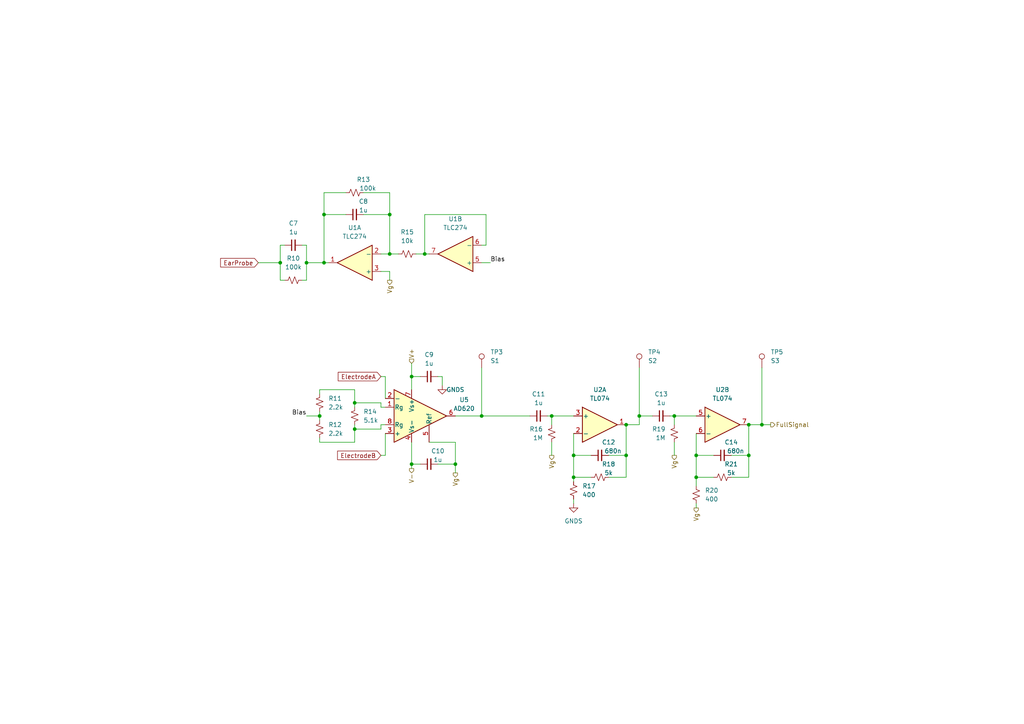
<source format=kicad_sch>
(kicad_sch (version 20211123) (generator eeschema)
  (paper "A4")
  (title_block (title "EEG Amplifier Design") (date "2022-05-20") (rev "1") (company "TrailAlarm Capstone Team 23") (comment 1 "source: https://doi.org/10.1186/s13634-015-0251-9"))
  (lib_symbols
    (symbol "Amplifier_Instrumentation:AD620" (pin_names (offset 0.127))
      (property "Reference" "U" (at 3.81 7.62 0))
      (property "Value" "AD620" (at 5.08 5.08 0))
      (symbol "AD620_0_1"
        (polyline (pts (xy -7.62 7.62) (xy -7.62 -7.62) (xy 7.62 0) (xy -7.62 7.62)) (stroke (width 0.254)) (fill (type background)))
      )
      (symbol "AD620_1_1"
        (pin passive line (at -10.16 2.54 0) (length 2.54) (name "Rg") (number "1"))
        (pin input line (at -10.16 5.08 0) (length 2.54) (name "-") (number "2"))
        (pin input line (at -10.16 -5.08 0) (length 2.54) (name "+") (number "3"))
        (pin power_in line (at -2.54 -7.62 90) (length 2.54) (name "Vs-") (number "4"))
        (pin passive line (at 2.54 -7.62 90) (length 5.08) (name "Ref") (number "5"))
        (pin output line (at 10.16 0 180) (length 2.54) (name "~") (number "6"))
        (pin power_in line (at -2.54 7.62 270) (length 2.54) (name "Vs+") (number "7"))
        (pin passive line (at -10.16 -2.54 0) (length 2.54) (name "Rg") (number "8"))
      )
    )
    (symbol "Amplifier_Operational:TL074" (pin_names (offset 0.127))
      (property "Reference" "U" (at 0 5.08 0))
      (property "Value" "TL074" (at 0 -5.08 0))
      (symbol "TL074_1_1"
        (polyline (pts (xy -5.08 5.08) (xy 5.08 0) (xy -5.08 -5.08) (xy -5.08 5.08)) (stroke (width 0.254)) (fill (type background)))
        (pin output line (at 7.62 0 180) (length 2.54) (name "~") (number "1"))
        (pin input line (at -7.62 -2.54 0) (length 2.54) (name "-") (number "2"))
        (pin input line (at -7.62 2.54 0) (length 2.54) (name "+") (number "3"))
      )
      (symbol "TL074_2_1"
        (polyline (pts (xy -5.08 5.08) (xy 5.08 0) (xy -5.08 -5.08) (xy -5.08 5.08)) (stroke (width 0.254)) (fill (type background)))
        (pin input line (at -7.62 2.54 0) (length 2.54) (name "+") (number "5"))
        (pin input line (at -7.62 -2.54 0) (length 2.54) (name "-") (number "6"))
        (pin output line (at 7.62 0 180) (length 2.54) (name "~") (number "7"))
      )
      (symbol "TL074_3_1"
        (polyline (pts (xy -5.08 5.08) (xy 5.08 0) (xy -5.08 -5.08) (xy -5.08 5.08)) (stroke (width 0.254)) (fill (type background)))
        (pin input line (at -7.62 2.54 0) (length 2.54) (name "+") (number "10"))
        (pin output line (at 7.62 0 180) (length 2.54) (name "~") (number "8"))
        (pin input line (at -7.62 -2.54 0) (length 2.54) (name "-") (number "9"))
      )
      (symbol "TL074_4_1"
        (polyline (pts (xy -5.08 5.08) (xy 5.08 0) (xy -5.08 -5.08) (xy -5.08 5.08)) (stroke (width 0.254)) (fill (type background)))
        (pin input line (at -7.62 2.54 0) (length 2.54) (name "+") (number "12"))
        (pin input line (at -7.62 -2.54 0) (length 2.54) (name "-") (number "13"))
        (pin output line (at 7.62 0 180) (length 2.54) (name "~") (number "14"))
      )
      (symbol "TL074_5_1"
        (pin power_in line (at -2.54 -7.62 90) (length 3.81) (name "V-") (number "11"))
        (pin power_in line (at -2.54 7.62 270) (length 3.81) (name "V+") (number "4"))
      )
    )
    (symbol "Amplifier_Operational:TLC274" (pin_names (offset 0.127))
      (property "Reference" "U" (at 0 5.08 0))
      (property "Value" "TLC274" (at 0 -5.08 0))
      (symbol "TLC274_1_1"
        (polyline (pts (xy -5.08 5.08) (xy 5.08 0) (xy -5.08 -5.08) (xy -5.08 5.08)) (stroke (width 0.254)) (fill (type background)))
        (pin output line (at 7.62 0 180) (length 2.54) (name "~") (number "1"))
        (pin input line (at -7.62 -2.54 0) (length 2.54) (name "-") (number "2"))
        (pin input line (at -7.62 2.54 0) (length 2.54) (name "+") (number "3"))
      )
      (symbol "TLC274_2_1"
        (polyline (pts (xy -5.08 5.08) (xy 5.08 0) (xy -5.08 -5.08) (xy -5.08 5.08)) (stroke (width 0.254)) (fill (type background)))
        (pin input line (at -7.62 2.54 0) (length 2.54) (name "+") (number "5"))
        (pin input line (at -7.62 -2.54 0) (length 2.54) (name "-") (number "6"))
        (pin output line (at 7.62 0 180) (length 2.54) (name "~") (number "7"))
      )
      (symbol "TLC274_3_1"
        (polyline (pts (xy -5.08 5.08) (xy 5.08 0) (xy -5.08 -5.08) (xy -5.08 5.08)) (stroke (width 0.254)) (fill (type background)))
        (pin input line (at -7.62 2.54 0) (length 2.54) (name "+") (number "10"))
        (pin output line (at 7.62 0 180) (length 2.54) (name "~") (number "8"))
        (pin input line (at -7.62 -2.54 0) (length 2.54) (name "-") (number "9"))
      )
      (symbol "TLC274_4_1"
        (polyline (pts (xy -5.08 5.08) (xy 5.08 0) (xy -5.08 -5.08) (xy -5.08 5.08)) (stroke (width 0.254)) (fill (type background)))
        (pin input line (at -7.62 2.54 0) (length 2.54) (name "+") (number "12"))
        (pin input line (at -7.62 -2.54 0) (length 2.54) (name "-") (number "13"))
        (pin output line (at 7.62 0 180) (length 2.54) (name "~") (number "14"))
      )
      (symbol "TLC274_5_1"
        (pin power_in line (at -2.54 -7.62 90) (length 3.81) (name "V-") (number "11"))
        (pin power_in line (at -2.54 7.62 270) (length 3.81) (name "V+") (number "4"))
      )
    )
    (symbol "Connector:TestPoint" (pin_numbers hide) (pin_names (offset 0.762) hide)
      (property "Reference" "TP" (at 0 6.858 0))
      (property "Value" "TestPoint" (at 0 5.08 0))
      (symbol "TestPoint_0_1"
        (circle (center 0 3.302) (radius 0.762))
      )
      (symbol "TestPoint_1_1"
        (pin passive line (at 0 0 90) (length 2.54) (name "1") (number "1"))
      )
    )
    (symbol "Device:C_Small" (pin_numbers hide) (pin_names (offset 0.254) hide)
      (property "Reference" "C" (at 0.254 1.778 0))
      (property "Value" "C_Small" (at 0.254 -2.032 0))
      (symbol "C_Small_0_1"
        (polyline (pts (xy -1.524 -0.508) (xy 1.524 -0.508)) (stroke (width 0.3302)))
        (polyline (pts (xy -1.524 0.508) (xy 1.524 0.508)) (stroke (width 0.3048)))
      )
      (symbol "C_Small_1_1"
        (pin passive line (at 0 2.54 270) (length 2.032) (name "~") (number "1"))
        (pin passive line (at 0 -2.54 90) (length 2.032) (name "~") (number "2"))
      )
    )
    (symbol "Device:R_Small_US" (pin_numbers hide) (pin_names (offset 0.254) hide)
      (property "Reference" "R" (at 0.762 0.508 0))
      (property "Value" "R_Small_US" (at 0.762 -1.016 0))
      (symbol "R_Small_US_1_1"
        (polyline (pts (xy 0 0) (xy 1.016 -0.381) (xy 0 -0.762) (xy -1.016 -1.143) (xy 0 -1.524)))
        (polyline (pts (xy 0 1.524) (xy 1.016 1.143) (xy 0 0.762) (xy -1.016 0.381) (xy 0 0)))
        (pin passive line (at 0 2.54 270) (length 1.016) (name "~") (number "1"))
        (pin passive line (at 0 -2.54 90) (length 1.016) (name "~") (number "2"))
      )
    )
    (symbol "power:GNDS" (power) (pin_names (offset 0))
      (property "Value" "GNDS" (at 0 -3.81 0))
      (symbol "GNDS_0_1"
        (polyline (pts (xy 0 0) (xy 0 -1.27) (xy 1.27 -1.27) (xy 0 -2.54) (xy -1.27 -1.27) (xy 0 -1.27)))
      )
      (symbol "GNDS_1_1"
        (pin power_in line (at 0 0 270) (length 0) hide (name "GNDS") (number "1"))
      )
    )
  )
  (junction (at 217.17 123.19))
  (junction (at 220.98 123.19))
  (junction (at 88.9 76.2))
  (junction (at 181.61 132.08))
  (junction (at 166.37 138.43))
  (junction (at 201.93 132.08))
  (junction (at 119.38 109.22))
  (junction (at 113.03 62.23))
  (junction (at 92.71 120.65))
  (junction (at 113.03 73.66))
  (junction (at 166.37 132.08))
  (junction (at 123.19 73.66))
  (junction (at 139.7 120.65))
  (junction (at 201.93 138.43))
  (junction (at 102.87 116.84))
  (junction (at 217.17 132.08))
  (junction (at 93.98 62.23))
  (junction (at 160.02 120.65))
  (junction (at 93.98 76.2))
  (junction (at 185.42 120.65))
  (junction (at 102.87 124.46))
  (junction (at 195.58 120.65))
  (junction (at 132.08 134.62))
  (junction (at 81.28 76.2))
  (junction (at 181.61 123.19))
  (junction (at 119.38 134.62))
  (wire (pts (xy 207.01 138.43) (xy 201.93 138.43)))
  (wire (pts (xy 88.9 71.12) (xy 88.9 76.2)))
  (wire (pts (xy 93.98 62.23) (xy 100.33 62.23)))
  (wire (pts (xy 113.03 73.66) (xy 115.57 73.66)))
  (wire (pts (xy 220.98 106.68) (xy 220.98 123.19)))
  (wire (pts (xy 124.46 128.27) (xy 132.08 128.27)))
  (wire (pts (xy 92.71 120.65) (xy 92.71 121.92)))
  (wire (pts (xy 201.93 140.97) (xy 201.93 138.43)))
  (wire (pts (xy 123.19 73.66) (xy 124.46 73.66)))
  (wire (pts (xy 217.17 123.19) (xy 217.17 132.08)))
  (wire (pts (xy 110.49 123.19) (xy 110.49 124.46)))
  (wire (pts (xy 111.76 132.08) (xy 110.49 132.08)))
  (wire (pts (xy 139.7 76.2) (xy 142.24 76.2)))
  (wire (pts (xy 132.08 134.62) (xy 132.08 128.27)))
  (wire (pts (xy 102.87 116.84) (xy 102.87 118.11)))
  (wire (pts (xy 176.53 138.43) (xy 181.61 138.43)))
  (wire (pts (xy 113.03 81.28) (xy 113.03 78.74)))
  (wire (pts (xy 171.45 132.08) (xy 166.37 132.08)))
  (wire (pts (xy 181.61 138.43) (xy 181.61 132.08)))
  (wire (pts (xy 201.93 132.08) (xy 201.93 138.43)))
  (wire (pts (xy 166.37 132.08) (xy 166.37 125.73)))
  (wire (pts (xy 92.71 113.03) (xy 102.87 113.03)))
  (wire (pts (xy 185.42 106.68) (xy 185.42 120.65)))
  (wire (pts (xy 102.87 128.27) (xy 92.71 128.27)))
  (wire (pts (xy 140.97 62.23) (xy 123.19 62.23)))
  (wire (pts (xy 132.08 120.65) (xy 139.7 120.65)))
  (wire (pts (xy 195.58 120.65) (xy 195.58 123.19)))
  (wire (pts (xy 119.38 109.22) (xy 121.92 109.22)))
  (wire (pts (xy 110.49 116.84) (xy 102.87 116.84)))
  (wire (pts (xy 158.75 120.65) (xy 160.02 120.65)))
  (wire (pts (xy 111.76 125.73) (xy 111.76 132.08)))
  (wire (pts (xy 92.71 114.3) (xy 92.71 113.03)))
  (wire (pts (xy 119.38 109.22) (xy 119.38 113.03)))
  (wire (pts (xy 113.03 62.23) (xy 113.03 55.88)))
  (wire (pts (xy 119.38 135.89) (xy 119.38 134.62)))
  (wire (pts (xy 139.7 106.68) (xy 139.7 120.65)))
  (wire (pts (xy 212.09 138.43) (xy 217.17 138.43)))
  (wire (pts (xy 127 109.22) (xy 128.27 109.22)))
  (wire (pts (xy 140.97 71.12) (xy 140.97 62.23)))
  (wire (pts (xy 120.65 73.66) (xy 123.19 73.66)))
  (wire (pts (xy 217.17 138.43) (xy 217.17 132.08)))
  (wire (pts (xy 166.37 144.78) (xy 166.37 146.05)))
  (wire (pts (xy 88.9 120.65) (xy 92.71 120.65)))
  (wire (pts (xy 92.71 119.38) (xy 92.71 120.65)))
  (wire (pts (xy 160.02 120.65) (xy 160.02 123.19)))
  (wire (pts (xy 160.02 128.27) (xy 160.02 132.08)))
  (wire (pts (xy 181.61 123.19) (xy 181.61 132.08)))
  (wire (pts (xy 92.71 128.27) (xy 92.71 127)))
  (wire (pts (xy 160.02 120.65) (xy 166.37 120.65)))
  (wire (pts (xy 119.38 134.62) (xy 119.38 128.27)))
  (wire (pts (xy 102.87 113.03) (xy 102.87 116.84)))
  (wire (pts (xy 110.49 124.46) (xy 102.87 124.46)))
  (wire (pts (xy 81.28 71.12) (xy 81.28 76.2)))
  (wire (pts (xy 220.98 123.19) (xy 223.52 123.19)))
  (wire (pts (xy 119.38 134.62) (xy 121.92 134.62)))
  (wire (pts (xy 102.87 124.46) (xy 102.87 128.27)))
  (wire (pts (xy 113.03 62.23) (xy 113.03 73.66)))
  (wire (pts (xy 194.31 120.65) (xy 195.58 120.65)))
  (wire (pts (xy 100.33 55.88) (xy 93.98 55.88)))
  (wire (pts (xy 111.76 118.11) (xy 110.49 118.11)))
  (wire (pts (xy 93.98 76.2) (xy 95.25 76.2)))
  (wire (pts (xy 88.9 76.2) (xy 88.9 81.28)))
  (wire (pts (xy 171.45 138.43) (xy 166.37 138.43)))
  (wire (pts (xy 123.19 62.23) (xy 123.19 73.66)))
  (wire (pts (xy 217.17 132.08) (xy 212.09 132.08)))
  (wire (pts (xy 105.41 62.23) (xy 113.03 62.23)))
  (wire (pts (xy 102.87 123.19) (xy 102.87 124.46)))
  (wire (pts (xy 201.93 146.05) (xy 201.93 147.32)))
  (wire (pts (xy 181.61 123.19) (xy 185.42 123.19)))
  (wire (pts (xy 139.7 71.12) (xy 140.97 71.12)))
  (wire (pts (xy 113.03 73.66) (xy 110.49 73.66)))
  (wire (pts (xy 166.37 132.08) (xy 166.37 138.43)))
  (wire (pts (xy 139.7 120.65) (xy 153.67 120.65)))
  (wire (pts (xy 195.58 128.27) (xy 195.58 132.08)))
  (wire (pts (xy 132.08 134.62) (xy 127 134.62)))
  (wire (pts (xy 181.61 132.08) (xy 176.53 132.08)))
  (wire (pts (xy 111.76 109.22) (xy 110.49 109.22)))
  (wire (pts (xy 113.03 55.88) (xy 105.41 55.88)))
  (wire (pts (xy 93.98 55.88) (xy 93.98 62.23)))
  (wire (pts (xy 88.9 81.28) (xy 87.63 81.28)))
  (wire (pts (xy 119.38 105.41) (xy 119.38 109.22)))
  (wire (pts (xy 110.49 118.11) (xy 110.49 116.84)))
  (wire (pts (xy 185.42 120.65) (xy 185.42 123.19)))
  (wire (pts (xy 111.76 115.57) (xy 111.76 109.22)))
  (wire (pts (xy 113.03 78.74) (xy 110.49 78.74)))
  (wire (pts (xy 201.93 132.08) (xy 201.93 125.73)))
  (wire (pts (xy 217.17 123.19) (xy 220.98 123.19)))
  (wire (pts (xy 128.27 109.22) (xy 128.27 111.76)))
  (wire (pts (xy 132.08 137.16) (xy 132.08 134.62)))
  (wire (pts (xy 207.01 132.08) (xy 201.93 132.08)))
  (wire (pts (xy 195.58 120.65) (xy 201.93 120.65)))
  (wire (pts (xy 81.28 81.28) (xy 82.55 81.28)))
  (wire (pts (xy 111.76 123.19) (xy 110.49 123.19)))
  (wire (pts (xy 166.37 139.7) (xy 166.37 138.43)))
  (wire (pts (xy 185.42 120.65) (xy 189.23 120.65)))
  (wire (pts (xy 82.55 71.12) (xy 81.28 71.12)))
  (wire (pts (xy 88.9 76.2) (xy 93.98 76.2)))
  (wire (pts (xy 87.63 71.12) (xy 88.9 71.12)))
  (wire (pts (xy 81.28 76.2) (xy 81.28 81.28)))
  (wire (pts (xy 93.98 62.23) (xy 93.98 76.2)))
  (wire (pts (xy 74.93 76.2) (xy 81.28 76.2)))
  (label "Bias" (at 142.24 76.2 0))
  (label "Bias" (at 88.9 120.65 180))
  (global_label "ElectrodeA" (shape input) (at 110.49 109.22 180) (property "Intersheet References" "${INTERSHEET_REFS}" (effects hide)))
  (global_label "EarProbe" (shape input) (at 74.93 76.2 180) (property "Intersheet References" "${INTERSHEET_REFS}" (effects hide)))
  (global_label "ElectrodeB" (shape input) (at 110.49 132.08 180) (property "Intersheet References" "${INTERSHEET_REFS}" (effects hide)))
  (hierarchical_label "Vg" (shape output) (at 195.58 132.08 270))
  (hierarchical_label "Vg" (shape output) (at 160.02 132.08 270))
  (hierarchical_label "Vg" (shape output) (at 113.03 81.28 270))
  (hierarchical_label "V-" (shape output) (at 119.38 135.89 270))
  (hierarchical_label "Vg" (shape output) (at 201.93 147.32 270))
  (hierarchical_label "Vg" (shape output) (at 132.08 137.16 270))
  (hierarchical_label "V+" (shape input) (at 119.38 105.41 90))
  (hierarchical_label "FullSignal" (shape output) (at 223.52 123.19 0))
  (symbol (lib_id "Device:R_Small_US") (at 209.55 138.43 90) (unit 1)
    (property "Reference" "R21" (at 212.09 134.62 90))
    (property "Value" "5k" (at 212.09 137.16 90))
    (property "Footprint" "Resistor_SMD:R_1206_3216Metric_Pad1.30x1.75mm_HandSolder" (effects hide))
  )
  (symbol (lib_id "Device:C_Small") (at 85.09 71.12 90) (unit 1)
    (property "Reference" "C7" (at 85.0963 64.77 90))
    (property "Value" "1u" (at 85.0963 67.31 90))
    (property "Footprint" "Capacitor_SMD:C_0805_2012Metric_Pad1.18x1.45mm_HandSolder" (effects hide))
  )
  (symbol (lib_id "Device:R_Small_US") (at 102.87 120.65 0) (mirror y) (unit 1)
    (property "Reference" "R14" (at 105.41 119.3799 0) (effects (justify right)))
    (property "Value" "5.1k" (at 105.41 121.9199 0) (effects (justify right)))
    (property "Footprint" "Resistor_SMD:R_1206_3216Metric_Pad1.30x1.75mm_HandSolder" (effects hide))
  )
  (symbol (lib_id "Device:C_Small") (at 191.77 120.65 90) (unit 1)
    (property "Reference" "C13" (at 191.7763 114.3 90))
    (property "Value" "1u" (at 191.7763 116.84 90))
    (property "Footprint" "Capacitor_SMD:C_0805_2012Metric_Pad1.18x1.45mm_HandSolder" (effects hide))
  )
  (symbol (lib_id "Connector:TestPoint") (at 185.42 106.68 0) (unit 1)
    (property "Reference" "TP4" (at 187.96 102.1079 0) (effects (justify left)))
    (property "Value" "S2" (at 187.96 104.6479 0) (effects (justify left)))
    (property "Footprint" "TestPoint:TestPoint_Pad_D1.0mm" (effects hide))
  )
  (symbol (lib_id "Device:R_Small_US") (at 166.37 142.24 0) (unit 1)
    (property "Reference" "R17" (at 168.91 140.9699 0) (effects (justify left)))
    (property "Value" "400" (at 168.91 143.5099 0) (effects (justify left)))
    (property "Footprint" "Resistor_SMD:R_1206_3216Metric_Pad1.30x1.75mm_HandSolder" (effects hide))
  )
  (symbol (lib_id "Device:C_Small") (at 209.55 132.08 90) (unit 1)
    (property "Reference" "C14" (at 212.09 128.27 90))
    (property "Value" "680n" (at 213.36 130.81 90))
    (property "Footprint" "Capacitor_THT:C_Disc_D3.8mm_W2.6mm_P2.50mm" (effects hide))
  )
  (symbol (lib_id "Amplifier_Operational:TLC274") (at 102.87 76.2 180) (unit 1)
    (property "Reference" "U1" (at 102.87 66.04 0))
    (property "Value" "TLC274" (at 102.87 68.58 0))
    (property "Footprint" "Package_DIP:DIP-14_W7.62mm_LongPads" (effects hide))
    (property "Datasheet" "http://www.ti.com/lit/ds/symlink/tlc274.pdf" (effects hide))
  )
  (symbol (lib_id "Device:R_Small_US") (at 102.87 55.88 90) (unit 1)
    (property "Reference" "R13" (at 105.41 52.07 90))
    (property "Value" "100k" (at 106.68 54.61 90))
    (property "Footprint" "Resistor_SMD:R_1206_3216Metric_Pad1.30x1.75mm_HandSolder" (effects hide))
  )
  (symbol (lib_id "Device:C_Small") (at 102.87 62.23 90) (unit 1)
    (property "Reference" "C8" (at 105.41 58.42 90))
    (property "Value" "1u" (at 105.41 60.96 90))
    (property "Footprint" "Capacitor_SMD:C_0805_2012Metric_Pad1.18x1.45mm_HandSolder" (effects hide))
  )
  (symbol (lib_id "Amplifier_Operational:TL074") (at 209.55 123.19 0) (unit 2)
    (property "Reference" "U2" (at 209.55 113.03 0))
    (property "Value" "TL074" (at 209.55 115.57 0))
    (property "Footprint" "Package_DIP:DIP-14_W7.62mm_LongPads" (effects hide))
    (property "Datasheet" "http://www.ti.com/lit/ds/symlink/tl071.pdf" (effects hide))
  )
  (symbol (lib_id "Device:C_Small") (at 156.21 120.65 90) (unit 1)
    (property "Reference" "C11" (at 156.2163 114.3 90))
    (property "Value" "1u" (at 156.2163 116.84 90))
    (property "Footprint" "Capacitor_SMD:C_0805_2012Metric_Pad1.18x1.45mm_HandSolder" (effects hide))
  )
  (symbol (lib_id "Device:R_Small_US") (at 92.71 116.84 0) (mirror y) (unit 1)
    (property "Reference" "R11" (at 95.25 115.5699 0) (effects (justify right)))
    (property "Value" "2.2k" (at 95.25 118.1099 0) (effects (justify right)))
    (property "Footprint" "Resistor_SMD:R_1206_3216Metric_Pad1.30x1.75mm_HandSolder" (effects hide))
  )
  (symbol (lib_id "Amplifier_Operational:TLC274") (at 132.08 73.66 180) (unit 2)
    (property "Reference" "U1" (at 132.08 63.5 0))
    (property "Value" "TLC274" (at 132.08 66.04 0))
    (property "Footprint" "Package_DIP:DIP-14_W7.62mm_LongPads" (effects hide))
    (property "Datasheet" "http://www.ti.com/lit/ds/symlink/tlc274.pdf" (effects hide))
  )
  (symbol (lib_id "Device:C_Small") (at 173.99 132.08 90) (unit 1)
    (property "Reference" "C12" (at 176.53 128.27 90))
    (property "Value" "680n" (at 177.8 130.81 90))
    (property "Footprint" "Capacitor_THT:C_Disc_D3.8mm_W2.6mm_P2.50mm" (effects hide))
  )
  (symbol (lib_id "Device:R_Small_US") (at 195.58 125.73 0) (mirror x) (unit 1)
    (property "Reference" "R19" (at 193.04 124.4599 0) (effects (justify right)))
    (property "Value" "1M" (at 193.04 126.9999 0) (effects (justify right)))
    (property "Footprint" "Resistor_SMD:R_1206_3216Metric_Pad1.30x1.75mm_HandSolder" (effects hide))
  )
  (symbol (lib_id "Amplifier_Instrumentation:AD620") (at 121.92 120.65 0) (unit 1)
    (property "Reference" "U5" (at 134.62 115.951 0))
    (property "Value" "AD620" (at 134.62 118.491 0))
    (property "Footprint" "Package_DIP:DIP-8_W7.62mm_LongPads" (effects hide))
    (property "Datasheet" "https://www.analog.com/media/en/technical-documentation/data-sheets/AD620.pdf" (effects hide))
  )
  (symbol (lib_id "Device:R_Small_US") (at 201.93 143.51 0) (unit 1)
    (property "Reference" "R20" (at 204.47 142.2399 0) (effects (justify left)))
    (property "Value" "400" (at 204.47 144.7799 0) (effects (justify left)))
    (property "Footprint" "Resistor_SMD:R_1206_3216Metric_Pad1.30x1.75mm_HandSolder" (effects hide))
  )
  (symbol (lib_id "Amplifier_Operational:TL074") (at 173.99 123.19 0) (unit 1)
    (property "Reference" "U2" (at 173.99 113.03 0))
    (property "Value" "TL074" (at 173.99 115.57 0))
    (property "Footprint" "Package_DIP:DIP-14_W7.62mm_LongPads" (effects hide))
    (property "Datasheet" "http://www.ti.com/lit/ds/symlink/tl071.pdf" (effects hide))
  )
  (symbol (lib_id "power:GNDS") (at 128.27 111.76 0) (unit 1)
    (property "Reference" "#PWR025" (effects hide))
    (property "Value" "GNDS" (at 132.08 113.03 0))
  )
  (symbol (lib_id "Connector:TestPoint") (at 220.98 106.68 0) (unit 1)
    (property "Reference" "TP5" (at 223.52 102.1079 0) (effects (justify left)))
    (property "Value" "S3" (at 223.52 104.6479 0) (effects (justify left)))
    (property "Footprint" "TestPoint:TestPoint_Pad_D1.0mm" (effects hide))
  )
  (symbol (lib_id "Device:R_Small_US") (at 92.71 124.46 0) (mirror y) (unit 1)
    (property "Reference" "R12" (at 95.25 123.1899 0) (effects (justify right)))
    (property "Value" "2.2k" (at 95.25 125.7299 0) (effects (justify right)))
    (property "Footprint" "Resistor_SMD:R_1206_3216Metric_Pad1.30x1.75mm_HandSolder" (effects hide))
  )
  (symbol (lib_id "Device:R_Small_US") (at 118.11 73.66 90) (unit 1)
    (property "Reference" "R15" (at 118.11 67.31 90))
    (property "Value" "10k" (at 118.11 69.85 90))
    (property "Footprint" "Resistor_SMD:R_1206_3216Metric_Pad1.30x1.75mm_HandSolder" (effects hide))
  )
  (symbol (lib_id "Device:R_Small_US") (at 85.09 81.28 90) (unit 1)
    (property "Reference" "R10" (at 85.09 74.93 90))
    (property "Value" "100k" (at 85.09 77.47 90))
    (property "Footprint" "Resistor_SMD:R_1206_3216Metric_Pad1.30x1.75mm_HandSolder" (effects hide))
  )
  (symbol (lib_id "power:GNDS") (at 166.37 146.05 0) (unit 1)
    (property "Reference" "#PWR026" (effects hide))
    (property "Value" "GNDS" (at 166.37 151.13 0))
  )
  (symbol (lib_id "Device:R_Small_US") (at 173.99 138.43 90) (unit 1)
    (property "Reference" "R18" (at 176.53 134.62 90))
    (property "Value" "5k" (at 176.53 137.16 90))
    (property "Footprint" "Resistor_SMD:R_1206_3216Metric_Pad1.30x1.75mm_HandSolder" (effects hide))
  )
  (symbol (lib_id "Device:C_Small") (at 124.46 134.62 90) (unit 1)
    (property "Reference" "C10" (at 127 130.81 90))
    (property "Value" "1u" (at 127 133.35 90))
    (property "Footprint" "Capacitor_SMD:C_0805_2012Metric_Pad1.18x1.45mm_HandSolder" (effects hide))
  )
  (symbol (lib_id "Device:C_Small") (at 124.46 109.22 90) (unit 1)
    (property "Reference" "C9" (at 124.4663 102.87 90))
    (property "Value" "1u" (at 124.4663 105.41 90))
    (property "Footprint" "Capacitor_SMD:C_0805_2012Metric_Pad1.18x1.45mm_HandSolder" (effects hide))
  )
  (symbol (lib_id "Device:R_Small_US") (at 160.02 125.73 0) (mirror x) (unit 1)
    (property "Reference" "R16" (at 157.48 124.4599 0) (effects (justify right)))
    (property "Value" "1M" (at 157.48 126.9999 0) (effects (justify right)))
    (property "Footprint" "Resistor_SMD:R_1206_3216Metric_Pad1.30x1.75mm_HandSolder" (effects hide))
  )
  (symbol (lib_id "Connector:TestPoint") (at 139.7 106.68 0) (unit 1)
    (property "Reference" "TP3" (at 142.24 102.1079 0) (effects (justify left)))
    (property "Value" "S1" (at 142.24 104.6479 0) (effects (justify left)))
    (property "Footprint" "TestPoint:TestPoint_Pad_D1.0mm" (effects hide))
  )
)
</source>
